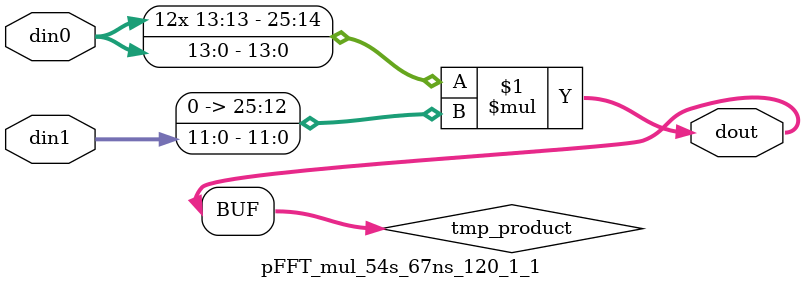
<source format=v>

`timescale 1 ns / 1 ps

 module pFFT_mul_54s_67ns_120_1_1(din0, din1, dout);
parameter ID = 1;
parameter NUM_STAGE = 0;
parameter din0_WIDTH = 14;
parameter din1_WIDTH = 12;
parameter dout_WIDTH = 26;

input [din0_WIDTH - 1 : 0] din0; 
input [din1_WIDTH - 1 : 0] din1; 
output [dout_WIDTH - 1 : 0] dout;

wire signed [dout_WIDTH - 1 : 0] tmp_product;


























assign tmp_product = $signed(din0) * $signed({1'b0, din1});









assign dout = tmp_product;





















endmodule

</source>
